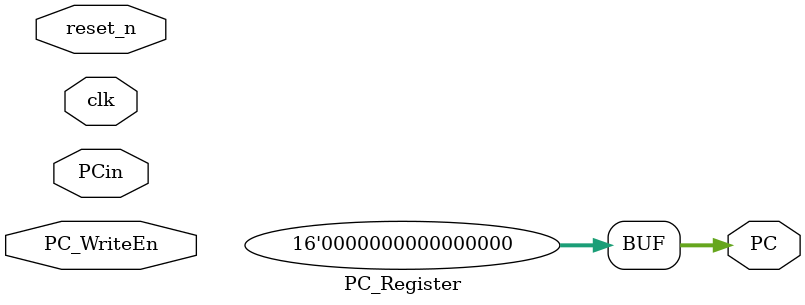
<source format=v>
module PC_Register(clk, reset_n, PCin, PC_WriteEn, PC);
	input clk;
	input reset_n;
	input [15:0] PCin;
	input PC_WriteEn;
	output reg [15:0] PC;

	always @(reset_n) begin
		PC = 0;
	end
	always @(posedge clk) begin
		if (PC_WriteEn) begin
			PC = PCin;
		end
	end
endmodule

</source>
